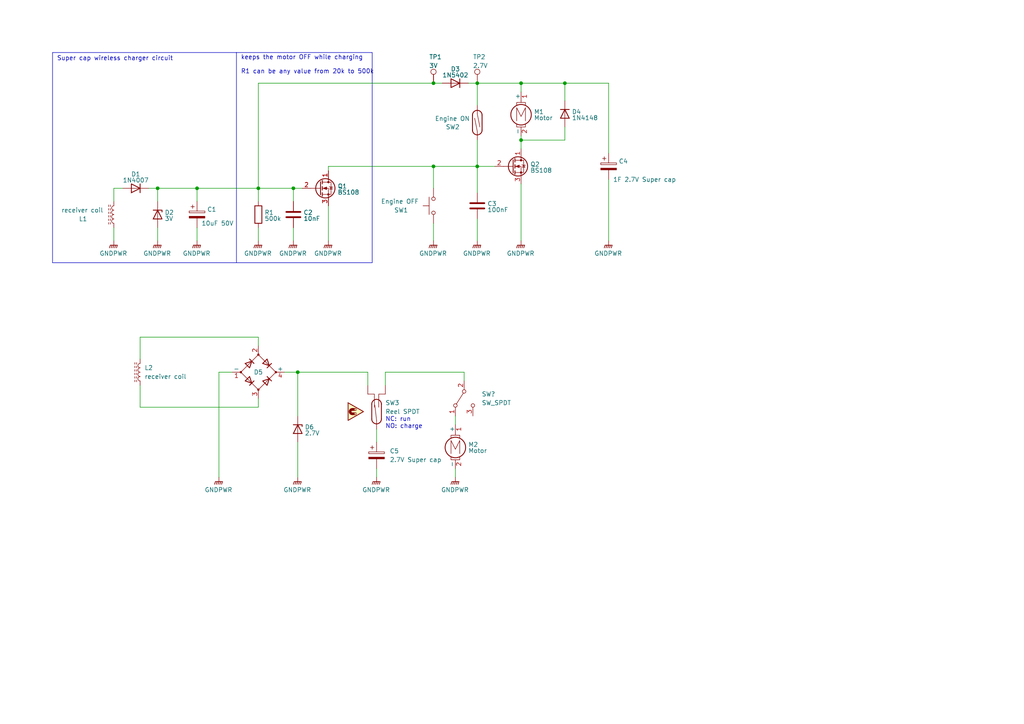
<source format=kicad_sch>
(kicad_sch (version 20220404) (generator eeschema)
  (paper "A4")
  (lib_symbols
    (symbol "Connector:TestPoint" (pin_numbers hide) (pin_names (offset 0.762) hide)
      (property "Reference" "TP" (at 0 6.858 0))
      (property "Value" "TestPoint" (at 0 5.08 0))
      (symbol "TestPoint_0_1"
        (circle (center 0 3.302) (radius 0.762))
      )
      (symbol "TestPoint_1_1"
        (pin passive line (at 0 0 90) (length 2.54) (name "1") (number "1"))
      )
    )
    (symbol "Device:C" (pin_numbers hide) (pin_names (offset 0.254))
      (property "Reference" "C" (at 0.635 2.54 0))
      (property "Value" "C" (at 0.635 -2.54 0))
      (symbol "C_0_1"
        (polyline (pts (xy -2.032 -0.762) (xy 2.032 -0.762)) (stroke (width 0.508)))
        (polyline (pts (xy -2.032 0.762) (xy 2.032 0.762)) (stroke (width 0.508)))
      )
      (symbol "C_1_1"
        (pin passive line (at 0 3.81 270) (length 2.794) (name "~") (number "1"))
        (pin passive line (at 0 -3.81 90) (length 2.794) (name "~") (number "2"))
      )
    )
    (symbol "Device:C_Polarized" (pin_numbers hide) (pin_names (offset 0.254))
      (property "Reference" "C" (at 0.635 2.54 0))
      (property "Value" "C_Polarized" (at 0.635 -2.54 0))
      (symbol "C_Polarized_0_1"
        (rectangle (start -2.286 0.508) (end 2.286 1.016))
        (polyline (pts (xy -1.778 2.286) (xy -0.762 2.286)))
        (polyline (pts (xy -1.27 2.794) (xy -1.27 1.778)))
        (rectangle (start 2.286 -0.508) (end -2.286 -1.016) (fill (type outline)))
      )
      (symbol "C_Polarized_1_1"
        (pin passive line (at 0 3.81 270) (length 2.794) (name "~") (number "1"))
        (pin passive line (at 0 -3.81 90) (length 2.794) (name "~") (number "2"))
      )
    )
    (symbol "Device:D_Bridge_-AA+" (pin_names (offset 0))
      (property "Reference" "D" (at 2.54 6.985 0))
      (property "Value" "D_Bridge_-AA+" (at 2.54 5.08 0))
      (symbol "D_Bridge_-AA+_0_1"
        (circle (center -5.08 0) (radius 0.254) (fill (type outline)))
        (circle (center 0 -5.08) (radius 0.254) (fill (type outline)))
        (polyline (pts (xy -2.54 3.81) (xy -1.27 2.54)) (stroke (width 0.254)))
        (polyline (pts (xy -1.27 -2.54) (xy -2.54 -3.81)) (stroke (width 0.254)))
        (polyline (pts (xy 2.54 -1.27) (xy 3.81 -2.54)) (stroke (width 0.254)))
        (polyline (pts (xy 2.54 1.27) (xy 3.81 2.54)) (stroke (width 0.254)))
        (polyline (pts (xy -3.81 2.54) (xy -2.54 1.27) (xy -1.905 3.175) (xy -3.81 2.54)) (stroke (width 0.254)))
        (polyline (pts (xy -2.54 -1.27) (xy -3.81 -2.54) (xy -1.905 -3.175) (xy -2.54 -1.27)) (stroke (width 0.254)))
        (polyline (pts (xy 1.27 2.54) (xy 2.54 3.81) (xy 3.175 1.905) (xy 1.27 2.54)) (stroke (width 0.254)))
        (polyline (pts (xy 3.175 -1.905) (xy 1.27 -2.54) (xy 2.54 -3.81) (xy 3.175 -1.905)) (stroke (width 0.254)))
        (polyline (pts (xy -5.08 0) (xy 0 -5.08) (xy 5.08 0) (xy 0 5.08) (xy -5.08 0)))
        (circle (center 0 5.08) (radius 0.254) (fill (type outline)))
        (circle (center 5.08 0) (radius 0.254) (fill (type outline)))
      )
      (symbol "D_Bridge_-AA+_1_1"
        (pin passive line (at -7.62 0 0) (length 2.54) (name "-") (number "1"))
        (pin passive line (at 0 7.62 270) (length 2.54) (name "~") (number "2"))
        (pin passive line (at 0 -7.62 90) (length 2.54) (name "~") (number "3"))
        (pin passive line (at 7.62 0 180) (length 2.54) (name "+") (number "4"))
      )
    )
    (symbol "Device:D_Zener" (pin_numbers hide) (pin_names (offset 1.016) hide)
      (property "Reference" "D" (at 0 2.54 0))
      (property "Value" "D_Zener" (at 0 -2.54 0))
      (symbol "D_Zener_0_1"
        (polyline (pts (xy 1.27 0) (xy -1.27 0)))
        (polyline (pts (xy -1.27 -1.27) (xy -1.27 1.27) (xy -0.762 1.27)) (stroke (width 0.254)))
        (polyline (pts (xy 1.27 -1.27) (xy 1.27 1.27) (xy -1.27 0) (xy 1.27 -1.27)) (stroke (width 0.254)))
      )
      (symbol "D_Zener_1_1"
        (pin passive line (at -3.81 0 0) (length 2.54) (name "K") (number "1"))
        (pin passive line (at 3.81 0 180) (length 2.54) (name "A") (number "2"))
      )
    )
    (symbol "Device:L_Ferrite" (pin_numbers hide) (pin_names (offset 1.016) hide)
      (property "Reference" "L" (at -1.27 0 90))
      (property "Value" "L_Ferrite" (at 2.794 0 90))
      (symbol "L_Ferrite_0_1"
        (arc (start 0 -2.54) (mid 0.635 -1.905) (end 0 -1.27))
        (arc (start 0 -1.27) (mid 0.635 -0.635) (end 0 0))
        (polyline (pts (xy 1.016 -2.794) (xy 1.016 -2.286)))
        (polyline (pts (xy 1.016 -1.778) (xy 1.016 -1.27)))
        (polyline (pts (xy 1.016 -0.762) (xy 1.016 -0.254)))
        (polyline (pts (xy 1.016 0.254) (xy 1.016 0.762)))
        (polyline (pts (xy 1.016 1.27) (xy 1.016 1.778)))
        (polyline (pts (xy 1.016 2.286) (xy 1.016 2.794)))
        (polyline (pts (xy 1.524 -2.286) (xy 1.524 -2.794)))
        (polyline (pts (xy 1.524 -1.27) (xy 1.524 -1.778)))
        (polyline (pts (xy 1.524 -0.254) (xy 1.524 -0.762)))
        (polyline (pts (xy 1.524 0.762) (xy 1.524 0.254)))
        (polyline (pts (xy 1.524 1.778) (xy 1.524 1.27)))
        (polyline (pts (xy 1.524 2.794) (xy 1.524 2.286)))
        (arc (start 0 0) (mid 0.635 0.635) (end 0 1.27))
        (arc (start 0 1.27) (mid 0.635 1.905) (end 0 2.54))
      )
      (symbol "L_Ferrite_1_1"
        (pin passive line (at 0 3.81 270) (length 1.27) (name "1") (number "1"))
        (pin passive line (at 0 -3.81 90) (length 1.27) (name "2") (number "2"))
      )
    )
    (symbol "Device:R" (pin_numbers hide) (pin_names (offset 0))
      (property "Reference" "R" (at 2.032 0 90))
      (property "Value" "R" (at 0 0 90))
      (symbol "R_0_1"
        (rectangle (start -1.016 -2.54) (end 1.016 2.54) (stroke (width 0.254)))
      )
      (symbol "R_1_1"
        (pin passive line (at 0 3.81 270) (length 1.27) (name "~") (number "1"))
        (pin passive line (at 0 -3.81 90) (length 1.27) (name "~") (number "2"))
      )
    )
    (symbol "Diode:1N4007" (pin_numbers hide) (pin_names (offset 1.016) hide)
      (property "Reference" "D" (at 0 2.54 0))
      (property "Value" "1N4007" (at 0 -2.54 0))
      (symbol "1N4007_0_1"
        (polyline (pts (xy -1.27 1.27) (xy -1.27 -1.27)) (stroke (width 0.254)))
        (polyline (pts (xy 1.27 0) (xy -1.27 0)))
        (polyline (pts (xy 1.27 1.27) (xy 1.27 -1.27) (xy -1.27 0) (xy 1.27 1.27)) (stroke (width 0.254)))
      )
      (symbol "1N4007_1_1"
        (pin passive line (at -3.81 0 0) (length 2.54) (name "K") (number "1"))
        (pin passive line (at 3.81 0 180) (length 2.54) (name "A") (number "2"))
      )
    )
    (symbol "Diode:1N4148" (pin_numbers hide) (pin_names (offset 1.016) hide)
      (property "Reference" "D" (at 0 2.54 0))
      (property "Value" "1N4148" (at 0 -2.54 0))
      (symbol "1N4148_0_1"
        (polyline (pts (xy -1.27 1.27) (xy -1.27 -1.27)) (stroke (width 0.254)))
        (polyline (pts (xy 1.27 0) (xy -1.27 0)))
        (polyline (pts (xy 1.27 1.27) (xy 1.27 -1.27) (xy -1.27 0) (xy 1.27 1.27)) (stroke (width 0.254)))
      )
      (symbol "1N4148_1_1"
        (pin passive line (at -3.81 0 0) (length 2.54) (name "K") (number "1"))
        (pin passive line (at 3.81 0 180) (length 2.54) (name "A") (number "2"))
      )
    )
    (symbol "Diode:1N5402" (pin_numbers hide) (pin_names (offset 1.016) hide)
      (property "Reference" "D" (at 0 2.54 0))
      (property "Value" "1N5402" (at 0 -2.54 0))
      (symbol "1N5402_0_1"
        (polyline (pts (xy -1.27 1.27) (xy -1.27 -1.27)) (stroke (width 0.254)))
        (polyline (pts (xy 1.27 0) (xy -1.27 0)))
        (polyline (pts (xy 1.27 1.27) (xy 1.27 -1.27) (xy -1.27 0) (xy 1.27 1.27)) (stroke (width 0.254)))
      )
      (symbol "1N5402_1_1"
        (pin passive line (at -3.81 0 0) (length 2.54) (name "K") (number "1"))
        (pin passive line (at 3.81 0 180) (length 2.54) (name "A") (number "2"))
      )
    )
    (symbol "Graphic:SYM_Magnet_Small" (pin_names (offset 1.016) hide)
      (symbol "SYM_Magnet_Small_0_1"
        (rectangle (start -0.9398 -0.7112) (end -0.3302 -0.0762) (fill (type outline)))
        (rectangle (start -0.9398 -0.2286) (end -0.3302 0.4064) (fill (type background)))
        (arc (start -0.635 -0.6858) (mid 0 -1.3208) (end 0.635 -0.6858) (stroke (width 0.762)))
        (polyline (pts (xy -2.54 -1.905) (xy 2.54 -1.905) (xy 0 2.54) (xy -2.54 -1.905)) (stroke (width 0.254)) (fill (type background)))
        (rectangle (start 0.3302 -0.7112) (end 0.9398 -0.0762) (fill (type outline)))
        (rectangle (start 0.3302 -0.2286) (end 0.9398 0.4064) (fill (type background)))
      )
    )
    (symbol "Motor:Motor_DC_ALT" (pin_names (offset 0))
      (property "Reference" "M" (at 2.54 2.54 0))
      (property "Value" "Motor_DC_ALT" (at 2.54 -5.08 0))
      (symbol "Motor_DC_ALT_0_0"
        (circle (center 0 -1.524) (radius 2.9718) (stroke (width 0.254)))
        (polyline (pts (xy -1.27 -4.318) (xy -1.27 -5.08) (xy 1.27 -5.08) (xy 1.27 -4.318)))
        (polyline (pts (xy -1.27 1.27) (xy -1.27 2.032) (xy 1.27 2.032) (xy 1.27 1.27)))
        (polyline (pts (xy -1.27 -3.302) (xy -1.27 0.508) (xy 0 -2.032) (xy 1.27 0.508) (xy 1.27 -3.302)))
      )
      (symbol "Motor_DC_ALT_0_1"
        (polyline (pts (xy 0 2.032) (xy 0 2.54)))
      )
      (symbol "Motor_DC_ALT_1_1"
        (pin passive line (at 0 5.08 270) (length 2.54) (name "+") (number "1"))
        (pin passive line (at 0 -7.62 90) (length 2.54) (name "-") (number "2"))
      )
    )
    (symbol "Switch:SW_Push" (pin_numbers hide) (pin_names (offset 1.016) hide)
      (property "Reference" "SW" (at 1.27 2.54 0))
      (property "Value" "SW_Push" (at 0 -1.524 0))
      (symbol "SW_Push_0_1"
        (circle (center -2.032 0) (radius 0.508))
        (polyline (pts (xy 0 1.27) (xy 0 3.048)))
        (polyline (pts (xy 2.54 1.27) (xy -2.54 1.27)))
        (circle (center 2.032 0) (radius 0.508))
        (pin passive line (at -5.08 0 0) (length 2.54) (name "1") (number "1"))
        (pin passive line (at 5.08 0 180) (length 2.54) (name "2") (number "2"))
      )
    )
    (symbol "Switch:SW_Reed" (pin_numbers hide) (pin_names (offset 0) hide)
      (property "Reference" "SW" (at 0 2.54 0))
      (property "Value" "SW_Reed" (at 0 -2.54 0))
      (symbol "SW_Reed_0_0"
        (arc (start -2.159 1.397) (mid -3.556 0) (end -2.159 -1.397) (stroke (width 0.254)))
        (polyline (pts (xy -2.54 0) (xy 1.27 0.762)))
        (polyline (pts (xy -2.159 -1.397) (xy 2.286 -1.397)) (stroke (width 0.254)))
        (polyline (pts (xy 2.159 1.397) (xy -2.159 1.397)) (stroke (width 0.254)))
        (polyline (pts (xy 2.54 0) (xy -1.27 -0.762)))
        (arc (start 2.159 -1.397) (mid 3.556 0) (end 2.159 1.397) (stroke (width 0.254)))
      )
      (symbol "SW_Reed_1_1"
        (pin passive line (at -5.08 0 0) (length 2.54) (name "1") (number "1"))
        (pin passive line (at 5.08 0 180) (length 2.54) (name "2") (number "2"))
      )
    )
    (symbol "Switch:SW_Reed_SPDT" (pin_numbers hide) (pin_names (offset 0) hide)
      (property "Reference" "SW" (at 0 2.54 0))
      (property "Value" "SW_Reed_SPDT" (at 0 -3.81 0))
      (symbol "SW_Reed_SPDT_0_0"
        (arc (start -2.159 1.397) (mid -3.556 0) (end -2.159 -1.397) (stroke (width 0.254)))
        (polyline (pts (xy -2.54 0) (xy 1.905 0.508)))
        (polyline (pts (xy -2.159 -1.397) (xy 2.286 -1.397)) (stroke (width 0.254)))
        (polyline (pts (xy 2.159 1.397) (xy -2.159 1.397)) (stroke (width 0.254)))
        (arc (start 2.159 -1.397) (mid 3.556 0) (end 2.159 1.397) (stroke (width 0.254)))
      )
      (symbol "SW_Reed_SPDT_0_1"
        (polyline (pts (xy 1.27 -0.635) (xy 5.08 -0.635) (xy 5.08 -2.54)))
        (polyline (pts (xy 1.27 0.635) (xy 5.08 0.635) (xy 5.08 2.54)))
      )
      (symbol "SW_Reed_SPDT_1_1"
        (pin passive line (at 7.62 2.54 180) (length 2.54) (name "1") (number "1"))
        (pin passive line (at -5.08 0 0) (length 2.54) (name "2") (number "2"))
        (pin passive line (at 7.62 -2.54 180) (length 2.54) (name "3") (number "3"))
      )
    )
    (symbol "Switch:SW_SPDT" (pin_names (offset 0) hide)
      (property "Reference" "SW" (at 0 4.318 0))
      (property "Value" "SW_SPDT" (at 0 -5.08 0))
      (symbol "SW_SPDT_0_0"
        (circle (center -2.032 0) (radius 0.508))
        (circle (center 2.032 -2.54) (radius 0.508))
      )
      (symbol "SW_SPDT_0_1"
        (polyline (pts (xy -1.524 0.254) (xy 1.651 2.286)))
        (circle (center 2.032 2.54) (radius 0.508))
      )
      (symbol "SW_SPDT_1_1"
        (pin passive line (at 5.08 2.54 180) (length 2.54) (name "A") (number "1"))
        (pin passive line (at -5.08 0 0) (length 2.54) (name "B") (number "2"))
        (pin passive line (at 5.08 -2.54 180) (length 2.54) (name "C") (number "3"))
      )
    )
    (symbol "Transistor_FET:BS108" (pin_names hide)
      (property "Reference" "Q" (at 5.08 1.905 0))
      (property "Value" "BS108" (at 5.08 0 0))
      (symbol "BS108_0_1"
        (polyline (pts (xy 0.254 0) (xy -2.54 0)))
        (polyline (pts (xy 0.254 1.905) (xy 0.254 -1.905)) (stroke (width 0.254)))
        (polyline (pts (xy 0.762 -1.27) (xy 0.762 -2.286)) (stroke (width 0.254)))
        (polyline (pts (xy 0.762 0.508) (xy 0.762 -0.508)) (stroke (width 0.254)))
        (polyline (pts (xy 0.762 2.286) (xy 0.762 1.27)) (stroke (width 0.254)))
        (polyline (pts (xy 2.54 2.54) (xy 2.54 1.778)))
        (polyline (pts (xy 2.54 -2.54) (xy 2.54 0) (xy 0.762 0)))
        (polyline (pts (xy 0.762 -1.778) (xy 3.302 -1.778) (xy 3.302 1.778) (xy 0.762 1.778)))
        (polyline (pts (xy 1.016 0) (xy 2.032 0.381) (xy 2.032 -0.381) (xy 1.016 0)) (fill (type outline)))
        (polyline (pts (xy 2.794 0.508) (xy 2.921 0.381) (xy 3.683 0.381) (xy 3.81 0.254)))
        (polyline (pts (xy 3.302 0.381) (xy 2.921 -0.254) (xy 3.683 -0.254) (xy 3.302 0.381)))
        (circle (center 1.651 0) (radius 2.794) (stroke (width 0.254)))
        (circle (center 2.54 -1.778) (radius 0.254) (fill (type outline)))
        (circle (center 2.54 1.778) (radius 0.254) (fill (type outline)))
      )
      (symbol "BS108_1_1"
        (pin passive line (at 2.54 5.08 270) (length 2.54) (name "D") (number "1"))
        (pin input line (at -5.08 0 0) (length 2.54) (name "G") (number "2"))
        (pin passive line (at 2.54 -5.08 90) (length 2.54) (name "S") (number "3"))
      )
    )
    (symbol "power:GNDPWR" (power) (pin_names (offset 0))
      (property "Value" "GNDPWR" (at 0 -3.302 0))
      (symbol "GNDPWR_0_1"
        (polyline (pts (xy 0 -1.27) (xy 0 0)))
        (polyline (pts (xy -1.016 -1.27) (xy -1.27 -2.032) (xy -1.27 -2.032)) (stroke (width 0.2032)))
        (polyline (pts (xy -0.508 -1.27) (xy -0.762 -2.032) (xy -0.762 -2.032)) (stroke (width 0.2032)))
        (polyline (pts (xy 0 -1.27) (xy -0.254 -2.032) (xy -0.254 -2.032)) (stroke (width 0.2032)))
        (polyline (pts (xy 0.508 -1.27) (xy 0.254 -2.032) (xy 0.254 -2.032)) (stroke (width 0.2032)))
        (polyline (pts (xy 1.016 -1.27) (xy -1.016 -1.27) (xy -1.016 -1.27)) (stroke (width 0.2032)))
        (polyline (pts (xy 1.016 -1.27) (xy 0.762 -2.032) (xy 0.762 -2.032) (xy 0.762 -2.032)) (stroke (width 0.2032)))
      )
      (symbol "GNDPWR_1_1"
        (pin power_in line (at 0 0 270) (length 0) hide (name "GNDPWR") (number "1"))
      )
    )
  )
  (junction (at 151.13 40.64))
  (junction (at 151.13 24.13))
  (junction (at 85.09 54.61))
  (junction (at 125.73 24.13))
  (junction (at 138.43 24.13))
  (junction (at 74.93 54.61))
  (junction (at 163.83 24.13))
  (junction (at 86.36 107.95))
  (junction (at 125.73 48.26))
  (junction (at 57.15 54.61))
  (junction (at 138.43 48.26))
  (junction (at 45.72 54.61))
  (wire (pts (xy 125.73 64.77) (xy 125.73 69.85)))
  (wire (pts (xy 138.43 24.13) (xy 138.43 30.48)))
  (wire (pts (xy 74.93 24.13) (xy 125.73 24.13)))
  (wire (pts (xy 74.93 54.61) (xy 74.93 58.42)))
  (wire (pts (xy 85.09 54.61) (xy 85.09 58.42)))
  (wire (pts (xy 163.83 24.13) (xy 176.53 24.13)))
  (polyline (pts (xy 107.95 76.2) (xy 68.58 76.2)))
  (wire (pts (xy 40.64 97.79) (xy 40.64 104.14)))
  (wire (pts (xy 138.43 40.64) (xy 138.43 48.26)))
  (wire (pts (xy 74.93 100.33) (xy 74.93 97.79)))
  (wire (pts (xy 85.09 54.61) (xy 87.63 54.61)))
  (wire (pts (xy 74.93 115.57) (xy 74.93 118.11)))
  (wire (pts (xy 35.56 54.61) (xy 33.02 54.61)))
  (wire (pts (xy 132.08 120.65) (xy 132.08 123.19)))
  (polyline (pts (xy 68.58 15.24) (xy 68.58 76.2)))
  (wire (pts (xy 86.36 107.95) (xy 106.68 107.95)))
  (wire (pts (xy 45.72 54.61) (xy 57.15 54.61)))
  (wire (pts (xy 109.22 124.46) (xy 109.22 128.27)))
  (wire (pts (xy 95.25 59.69) (xy 95.25 69.85)))
  (wire (pts (xy 125.73 48.26) (xy 125.73 54.61)))
  (wire (pts (xy 132.08 135.89) (xy 132.08 138.43)))
  (wire (pts (xy 109.22 135.89) (xy 109.22 138.43)))
  (wire (pts (xy 135.89 24.13) (xy 138.43 24.13)))
  (wire (pts (xy 163.83 40.64) (xy 163.83 36.83)))
  (wire (pts (xy 74.93 66.04) (xy 74.93 69.85)))
  (wire (pts (xy 176.53 52.07) (xy 176.53 69.85)))
  (wire (pts (xy 125.73 24.13) (xy 128.27 24.13)))
  (wire (pts (xy 111.76 107.95) (xy 134.62 107.95)))
  (wire (pts (xy 163.83 24.13) (xy 163.83 29.21)))
  (wire (pts (xy 134.62 107.95) (xy 134.62 110.49)))
  (wire (pts (xy 138.43 48.26) (xy 143.51 48.26)))
  (wire (pts (xy 151.13 40.64) (xy 151.13 43.18)))
  (wire (pts (xy 63.5 107.95) (xy 63.5 138.43)))
  (wire (pts (xy 138.43 24.13) (xy 151.13 24.13)))
  (wire (pts (xy 86.36 107.95) (xy 86.36 120.65)))
  (polyline (pts (xy 15.24 15.24) (xy 68.58 15.24)))
  (wire (pts (xy 74.93 54.61) (xy 74.93 24.13)))
  (wire (pts (xy 57.15 66.04) (xy 57.15 69.85)))
  (wire (pts (xy 57.15 54.61) (xy 74.93 54.61)))
  (wire (pts (xy 67.31 107.95) (xy 63.5 107.95)))
  (wire (pts (xy 151.13 40.64) (xy 163.83 40.64)))
  (wire (pts (xy 138.43 48.26) (xy 138.43 55.88)))
  (wire (pts (xy 86.36 128.27) (xy 86.36 138.43)))
  (wire (pts (xy 82.55 107.95) (xy 86.36 107.95)))
  (wire (pts (xy 95.25 48.26) (xy 125.73 48.26)))
  (wire (pts (xy 138.43 63.5) (xy 138.43 69.85)))
  (polyline (pts (xy 68.58 15.24) (xy 107.95 15.24)))
  (wire (pts (xy 40.64 118.11) (xy 40.64 111.76)))
  (wire (pts (xy 85.09 66.04) (xy 85.09 69.85)))
  (wire (pts (xy 33.02 54.61) (xy 33.02 58.42)))
  (wire (pts (xy 95.25 48.26) (xy 95.25 49.53)))
  (polyline (pts (xy 68.58 76.2) (xy 15.24 76.2)))
  (wire (pts (xy 57.15 54.61) (xy 57.15 58.42)))
  (wire (pts (xy 111.76 111.76) (xy 111.76 107.95)))
  (wire (pts (xy 151.13 24.13) (xy 163.83 24.13)))
  (wire (pts (xy 106.68 107.95) (xy 106.68 111.76)))
  (wire (pts (xy 45.72 66.04) (xy 45.72 69.85)))
  (wire (pts (xy 45.72 54.61) (xy 45.72 58.42)))
  (wire (pts (xy 151.13 24.13) (xy 151.13 26.67)))
  (wire (pts (xy 33.02 66.04) (xy 33.02 69.85)))
  (wire (pts (xy 151.13 39.37) (xy 151.13 40.64)))
  (wire (pts (xy 74.93 118.11) (xy 40.64 118.11)))
  (wire (pts (xy 176.53 24.13) (xy 176.53 44.45)))
  (wire (pts (xy 43.18 54.61) (xy 45.72 54.61)))
  (wire (pts (xy 74.93 97.79) (xy 40.64 97.79)))
  (wire (pts (xy 74.93 54.61) (xy 85.09 54.61)))
  (wire (pts (xy 151.13 53.34) (xy 151.13 69.85)))
  (polyline (pts (xy 15.24 15.24) (xy 15.24 76.2)))
  (wire (pts (xy 125.73 48.26) (xy 138.43 48.26)))
  (polyline (pts (xy 107.95 15.24) (xy 107.95 76.2)))
  (text "Super cap wireless charger circuit" (at 16.51 17.78 0) (effects (font (size 1.27 1.27)) (justify left bottom)))
  (text "keeps the motor OFF while charging\n\nR1 can be any value from 20k to 500k" (at 69.85 21.59 0) (effects (font (size 1.27 1.27)) (justify left bottom)))
  (text "NC: run\nNO: charge" (at 111.76 124.46 0) (effects (font (size 1.27 1.27)) (justify left bottom)))
  (symbol (lib_id "Transistor_FET:BS108") (at 92.71 54.61 0) (unit 1)
    (default_instance (reference "Q") (unit 1) (value "BS108") (footprint "Package_TO_SOT_THT:TO-92_Inline"))
    (property "Reference" "Q1" (at 97.917 54.0155 0) (effects (justify left)))
    (property "Value" "BS108" (at 97.917 55.7777 0) (effects (justify left)))
    (property "Footprint" "Package_TO_SOT_THT:TO-92_Inline" (effects hide))
    (property "Datasheet" "http://www.redrok.com/MOSFET_BS108_200V_250mA_8O_Vth1.5_TO-92.PDF" (effects hide))
  )
  (symbol (lib_id "power:GNDPWR") (at 45.72 69.85 0) (unit 1)
    (default_instance (reference "#PWR") (unit 1) (value "GNDPWR") (footprint ""))
    (property "Reference" "#PWR02" (effects hide))
    (property "Value" "GNDPWR" (at 45.593 73.4997 0))
  )
  (symbol (lib_id "Graphic:SYM_Magnet_Small") (at 102.87 119.38 270) (unit 1)
    (default_instance (reference "#SYM") (unit 1) (value "SYM_Magnet_Small") (footprint ""))
    (property "Reference" "#SYM1" (effects hide))
    (property "Value" "SYM_Magnet_Small" (effects hide))
  )
  (symbol (lib_id "power:GNDPWR") (at 109.22 138.43 0) (unit 1)
    (default_instance (reference "#PWR") (unit 1) (value "GNDPWR") (footprint ""))
    (property "Reference" "#PWR013" (effects hide))
    (property "Value" "GNDPWR" (at 109.093 142.0797 0))
  )
  (symbol (lib_id "Switch:SW_Push") (at 125.73 59.69 90) (unit 1)
    (default_instance (reference "SW") (unit 1) (value "SW_Push") (footprint ""))
    (property "Reference" "SW1" (at 114.3 60.96 90) (effects (justify right)))
    (property "Value" "Engine OFF" (at 110.49 58.42 90) (effects (justify right)))
  )
  (symbol (lib_id "power:GNDPWR") (at 85.09 69.85 0) (unit 1)
    (default_instance (reference "#PWR") (unit 1) (value "GNDPWR") (footprint ""))
    (property "Reference" "#PWR05" (effects hide))
    (property "Value" "GNDPWR" (at 84.963 73.4997 0))
  )
  (symbol (lib_id "power:GNDPWR") (at 125.73 69.85 0) (unit 1)
    (default_instance (reference "#PWR") (unit 1) (value "GNDPWR") (footprint ""))
    (property "Reference" "#PWR07" (effects hide))
    (property "Value" "GNDPWR" (at 125.603 73.4997 0))
  )
  (symbol (lib_id "Device:C_Polarized") (at 109.22 132.08 0) (unit 1)
    (default_instance (reference "C") (unit 1) (value "C_Polarized") (footprint ""))
    (property "Reference" "C5" (at 113.03 130.81 0) (effects (justify left)))
    (property "Value" "2.7V Super cap" (at 113.03 133.35 0) (effects (justify left)))
  )
  (symbol (lib_id "Device:D_Bridge_-AA+") (at 74.93 107.95 0) (unit 1)
    (default_instance (reference "D") (unit 1) (value "D_Bridge_-AA+") (footprint ""))
    (property "Reference" "D5" (at 74.93 107.95 0))
    (property "Value" "D_Bridge_-AA+" (effects hide))
  )
  (symbol (lib_id "Connector:TestPoint") (at 125.73 24.13 0) (unit 1)
    (default_instance (reference "TP") (unit 1) (value "TestPoint") (footprint ""))
    (property "Reference" "TP1" (at 124.46 16.51 0) (effects (justify left)))
    (property "Value" "3V" (at 124.46 19.05 0) (effects (justify left)))
  )
  (symbol (lib_id "Diode:1N4148") (at 163.83 33.02 270) (unit 1)
    (default_instance (reference "D") (unit 1) (value "1N4148") (footprint "Diode_THT:D_DO-35_SOD27_P7.62mm_Horizontal"))
    (property "Reference" "D4" (at 165.862 32.4255 90) (effects (justify left)))
    (property "Value" "1N4148" (at 165.862 34.1877 90) (effects (justify left)))
    (property "Footprint" "Diode_THT:D_DO-35_SOD27_P7.62mm_Horizontal" (effects hide))
    (property "Datasheet" "https://assets.nexperia.com/documents/data-sheet/1N4148_1N4448.pdf" (effects hide))
  )
  (symbol (lib_id "power:GNDPWR") (at 151.13 69.85 0) (unit 1)
    (default_instance (reference "#PWR") (unit 1) (value "GNDPWR") (footprint ""))
    (property "Reference" "#PWR09" (effects hide))
    (property "Value" "GNDPWR" (at 151.003 73.4997 0))
  )
  (symbol (lib_id "power:GNDPWR") (at 176.53 69.85 0) (unit 1)
    (default_instance (reference "#PWR") (unit 1) (value "GNDPWR") (footprint ""))
    (property "Reference" "#PWR010" (effects hide))
    (property "Value" "GNDPWR" (at 176.403 73.4997 0))
  )
  (symbol (lib_id "Device:C") (at 138.43 59.69 0) (unit 1)
    (default_instance (reference "C") (unit 1) (value "C") (footprint ""))
    (property "Reference" "C3" (at 141.351 59.0955 0) (effects (justify left)))
    (property "Value" "100nF" (at 141.351 60.8577 0) (effects (justify left)))
  )
  (symbol (lib_id "Connector:TestPoint") (at 138.43 24.13 0) (unit 1)
    (default_instance (reference "TP") (unit 1) (value "TestPoint") (footprint ""))
    (property "Reference" "TP2" (at 137.16 16.51 0) (effects (justify left)))
    (property "Value" "2.7V" (at 137.16 19.05 0) (effects (justify left)))
  )
  (symbol (lib_id "power:GNDPWR") (at 63.5 138.43 0) (unit 1)
    (default_instance (reference "#PWR") (unit 1) (value "GNDPWR") (footprint ""))
    (property "Reference" "#PWR011" (effects hide))
    (property "Value" "GNDPWR" (at 63.373 142.0797 0))
  )
  (symbol (lib_id "power:GNDPWR") (at 132.08 138.43 0) (unit 1)
    (default_instance (reference "#PWR") (unit 1) (value "GNDPWR") (footprint ""))
    (property "Reference" "#PWR014" (effects hide))
    (property "Value" "GNDPWR" (at 131.953 142.0797 0))
  )
  (symbol (lib_id "Device:D_Zener") (at 86.36 124.46 270) (unit 1)
    (default_instance (reference "D") (unit 1) (value "D_Zener") (footprint ""))
    (property "Reference" "D6" (at 88.392 123.8655 90) (effects (justify left)))
    (property "Value" "2.7V" (at 88.392 125.6277 90) (effects (justify left)))
  )
  (symbol (lib_id "Device:D_Zener") (at 45.72 62.23 270) (unit 1)
    (default_instance (reference "D") (unit 1) (value "D_Zener") (footprint ""))
    (property "Reference" "D2" (at 47.752 61.6355 90) (effects (justify left)))
    (property "Value" "3V" (at 47.752 63.3977 90) (effects (justify left)))
  )
  (symbol (lib_id "Motor:Motor_DC_ALT") (at 151.13 31.75 0) (unit 1)
    (default_instance (reference "M") (unit 1) (value "Motor_DC_ALT") (footprint ""))
    (property "Reference" "M1" (at 154.8638 32.4255 0) (effects (justify left)))
    (property "Value" "Motor" (at 154.8638 34.1877 0) (effects (justify left)))
  )
  (symbol (lib_id "Diode:1N4007") (at 39.37 54.61 180) (unit 1)
    (default_instance (reference "D") (unit 1) (value "1N4007") (footprint "Diode_THT:D_DO-41_SOD81_P10.16mm_Horizontal"))
    (property "Reference" "D1" (at 39.37 50.5079 0))
    (property "Value" "1N4007" (at 39.37 52.2701 0))
    (property "Footprint" "Diode_THT:D_DO-41_SOD81_P10.16mm_Horizontal" (effects hide))
    (property "Datasheet" "http://www.vishay.com/docs/88503/1n4001.pdf" (effects hide))
  )
  (symbol (lib_id "Device:R") (at 74.93 62.23 0) (unit 1)
    (default_instance (reference "R") (unit 1) (value "R") (footprint ""))
    (property "Reference" "R1" (at 76.708 61.6355 0) (effects (justify left)))
    (property "Value" "500k" (at 76.708 63.3977 0) (effects (justify left)))
  )
  (symbol (lib_id "power:GNDPWR") (at 33.02 69.85 0) (unit 1)
    (default_instance (reference "#PWR") (unit 1) (value "GNDPWR") (footprint ""))
    (property "Reference" "#PWR01" (effects hide))
    (property "Value" "GNDPWR" (at 32.893 73.4997 0))
  )
  (symbol (lib_id "Device:C_Polarized") (at 176.53 48.26 0) (unit 1)
    (default_instance (reference "C") (unit 1) (value "C_Polarized") (footprint ""))
    (property "Reference" "C4" (at 179.451 46.7765 0) (effects (justify left)))
    (property "Value" "1F 2.7V Super cap" (at 177.8 52.07 0) (effects (justify left)))
  )
  (symbol (lib_id "Diode:1N5402") (at 132.08 24.13 0) (mirror y) (unit 1)
    (default_instance (reference "D") (unit 1) (value "1N5402") (footprint "Diode_THT:D_DO-201AD_P15.24mm_Horizontal"))
    (property "Reference" "D3" (at 132.08 20.0279 0))
    (property "Value" "1N5402" (at 132.08 21.7901 0))
    (property "Footprint" "Diode_THT:D_DO-201AD_P15.24mm_Horizontal" (effects hide))
    (property "Datasheet" "http://www.vishay.com/docs/88516/1n5400.pdf" (effects hide))
  )
  (symbol (lib_id "Switch:SW_Reed_SPDT") (at 109.22 119.38 90) (unit 1)
    (default_instance (reference "SW") (unit 1) (value "SW_Reed_SPDT") (footprint ""))
    (property "Reference" "SW3" (at 111.76 116.84 90) (effects (justify right)))
    (property "Value" "Reel SPDT" (at 111.76 119.38 90) (effects (justify right)))
  )
  (symbol (lib_id "Device:L_Ferrite") (at 33.02 62.23 0) (mirror y) (unit 1)
    (default_instance (reference "L") (unit 1) (value "L_Ferrite") (footprint ""))
    (property "Reference" "L1" (at 22.86 63.5 0) (effects (justify right)))
    (property "Value" "receiver coil" (at 17.78 60.96 0) (effects (justify right)))
  )
  (symbol (lib_id "power:GNDPWR") (at 57.15 69.85 0) (unit 1)
    (default_instance (reference "#PWR") (unit 1) (value "GNDPWR") (footprint ""))
    (property "Reference" "#PWR03" (effects hide))
    (property "Value" "GNDPWR" (at 57.023 73.4997 0))
  )
  (symbol (lib_id "power:GNDPWR") (at 74.93 69.85 0) (unit 1)
    (default_instance (reference "#PWR") (unit 1) (value "GNDPWR") (footprint ""))
    (property "Reference" "#PWR04" (effects hide))
    (property "Value" "GNDPWR" (at 74.803 73.4997 0))
  )
  (symbol (lib_id "Device:C") (at 85.09 62.23 0) (unit 1)
    (default_instance (reference "C") (unit 1) (value "C") (footprint ""))
    (property "Reference" "C2" (at 88.011 61.6355 0) (effects (justify left)))
    (property "Value" "10nF" (at 88.011 63.3977 0) (effects (justify left)))
  )
  (symbol (lib_id "power:GNDPWR") (at 86.36 138.43 0) (unit 1)
    (default_instance (reference "#PWR") (unit 1) (value "GNDPWR") (footprint ""))
    (property "Reference" "#PWR012" (effects hide))
    (property "Value" "GNDPWR" (at 86.233 142.0797 0))
  )
  (symbol (lib_id "Switch:SW_SPDT") (at 134.62 115.57 90) (mirror x) (unit 1)
    (default_instance (reference "SW") (unit 1) (value "SW_SPDT") (footprint ""))
    (property "Reference" "SW?" (at 139.7 114.3 90) (effects (justify right)))
    (property "Value" "SW_SPDT" (at 139.7 116.84 90) (effects (justify right)))
  )
  (symbol (lib_id "power:GNDPWR") (at 95.25 69.85 0) (unit 1)
    (default_instance (reference "#PWR") (unit 1) (value "GNDPWR") (footprint ""))
    (property "Reference" "#PWR06" (effects hide))
    (property "Value" "GNDPWR" (at 95.123 73.4997 0))
  )
  (symbol (lib_id "Switch:SW_Reed") (at 138.43 35.56 270) (unit 1)
    (default_instance (reference "SW") (unit 1) (value "SW_Reed") (footprint ""))
    (property "Reference" "SW2" (at 133.35 36.83 90) (effects (justify right)))
    (property "Value" "Engine ON" (at 136.271 34.3923 90) (effects (justify right)))
  )
  (symbol (lib_id "power:GNDPWR") (at 138.43 69.85 0) (unit 1)
    (default_instance (reference "#PWR") (unit 1) (value "GNDPWR") (footprint ""))
    (property "Reference" "#PWR08" (effects hide))
    (property "Value" "GNDPWR" (at 138.303 73.4997 0))
  )
  (symbol (lib_id "Device:L_Ferrite") (at 40.64 107.95 0) (mirror y) (unit 1)
    (default_instance (reference "L") (unit 1) (value "L_Ferrite") (footprint ""))
    (property "Reference" "L2" (at 41.91 106.68 0) (effects (justify right)))
    (property "Value" "receiver coil" (at 41.91 109.22 0) (effects (justify right)))
  )
  (symbol (lib_id "Device:C_Polarized") (at 57.15 62.23 0) (unit 1)
    (default_instance (reference "C") (unit 1) (value "C_Polarized") (footprint ""))
    (property "Reference" "C1" (at 60.071 60.7465 0) (effects (justify left)))
    (property "Value" "10uF 50V" (at 58.42 64.77 0) (effects (justify left)))
  )
  (symbol (lib_id "Transistor_FET:BS108") (at 148.59 48.26 0) (unit 1)
    (default_instance (reference "Q") (unit 1) (value "BS108") (footprint "Package_TO_SOT_THT:TO-92_Inline"))
    (property "Reference" "Q2" (at 153.797 47.6655 0) (effects (justify left)))
    (property "Value" "BS108" (at 153.797 49.4277 0) (effects (justify left)))
    (property "Footprint" "Package_TO_SOT_THT:TO-92_Inline" (effects hide))
    (property "Datasheet" "http://www.redrok.com/MOSFET_BS108_200V_250mA_8O_Vth1.5_TO-92.PDF" (effects hide))
  )
  (symbol (lib_id "Motor:Motor_DC_ALT") (at 132.08 128.27 0) (unit 1)
    (default_instance (reference "M") (unit 1) (value "Motor_DC_ALT") (footprint ""))
    (property "Reference" "M2" (at 135.8138 128.9455 0) (effects (justify left)))
    (property "Value" "Motor" (at 135.8138 130.7077 0) (effects (justify left)))
  )
)
</source>
